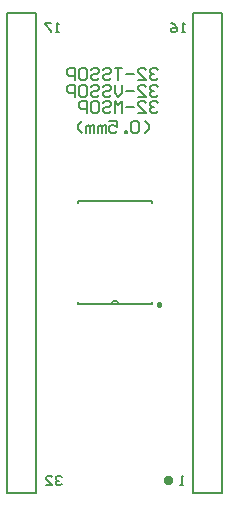
<source format=gbo>
G04*
G04 #@! TF.GenerationSoftware,Altium Limited,Altium Designer,24.9.1 (31)*
G04*
G04 Layer_Color=32896*
%FSLAX44Y44*%
%MOMM*%
G71*
G04*
G04 #@! TF.SameCoordinates,21AEE92C-E314-49C0-A966-B7B5AD7E222B*
G04*
G04*
G04 #@! TF.FilePolarity,Positive*
G04*
G01*
G75*
%ADD10C,0.1524*%
%ADD11C,0.2000*%
%ADD12C,0.1500*%
%ADD13C,0.3000*%
%ADD14C,0.5000*%
D10*
X1691508Y416113D02*
G03*
X1685412Y416113I-3048J0D01*
G01*
X1657472D02*
Y417891D01*
X1719448Y501587D02*
Y503365D01*
X1657472D02*
X1719448D01*
X1657472Y501587D02*
Y503365D01*
Y416113D02*
X1685412D01*
X1691508D01*
X1719448D01*
Y417891D01*
D11*
X1754125Y662940D02*
X1779015D01*
Y256540D02*
Y662940D01*
X1754125Y256540D02*
X1779015D01*
X1754125D02*
Y662940D01*
X1596645Y256540D02*
Y662940D01*
Y256540D02*
X1621535D01*
Y662940D01*
X1596645D02*
X1621535D01*
X1724660Y600151D02*
X1722994Y601817D01*
X1719662D01*
X1717995Y600151D01*
Y598484D01*
X1719662Y596818D01*
X1721328D01*
X1719662D01*
X1717995Y595152D01*
Y593486D01*
X1719662Y591820D01*
X1722994D01*
X1724660Y593486D01*
X1707999Y591820D02*
X1714663D01*
X1707999Y598484D01*
Y600151D01*
X1709665Y601817D01*
X1712997D01*
X1714663Y600151D01*
X1704666Y596818D02*
X1698002D01*
X1694670Y601817D02*
Y595152D01*
X1691337Y591820D01*
X1688005Y595152D01*
Y601817D01*
X1678008Y600151D02*
X1679675Y601817D01*
X1683007D01*
X1684673Y600151D01*
Y598484D01*
X1683007Y596818D01*
X1679675D01*
X1678008Y595152D01*
Y593486D01*
X1679675Y591820D01*
X1683007D01*
X1684673Y593486D01*
X1668012Y600151D02*
X1669678Y601817D01*
X1673010D01*
X1674676Y600151D01*
Y598484D01*
X1673010Y596818D01*
X1669678D01*
X1668012Y595152D01*
Y593486D01*
X1669678Y591820D01*
X1673010D01*
X1674676Y593486D01*
X1659681Y601817D02*
X1663013D01*
X1664679Y600151D01*
Y593486D01*
X1663013Y591820D01*
X1659681D01*
X1658015Y593486D01*
Y600151D01*
X1659681Y601817D01*
X1654682Y591820D02*
Y601817D01*
X1649684D01*
X1648018Y600151D01*
Y596818D01*
X1649684Y595152D01*
X1654682D01*
X1724660Y614121D02*
X1722994Y615787D01*
X1719662D01*
X1717995Y614121D01*
Y612454D01*
X1719662Y610788D01*
X1721328D01*
X1719662D01*
X1717995Y609122D01*
Y607456D01*
X1719662Y605790D01*
X1722994D01*
X1724660Y607456D01*
X1707999Y605790D02*
X1714663D01*
X1707999Y612454D01*
Y614121D01*
X1709665Y615787D01*
X1712997D01*
X1714663Y614121D01*
X1704666Y610788D02*
X1698002D01*
X1694670Y615787D02*
X1688005D01*
X1691337D01*
Y605790D01*
X1678008Y614121D02*
X1679675Y615787D01*
X1683007D01*
X1684673Y614121D01*
Y612454D01*
X1683007Y610788D01*
X1679675D01*
X1678008Y609122D01*
Y607456D01*
X1679675Y605790D01*
X1683007D01*
X1684673Y607456D01*
X1668012Y614121D02*
X1669678Y615787D01*
X1673010D01*
X1674676Y614121D01*
Y612454D01*
X1673010Y610788D01*
X1669678D01*
X1668012Y609122D01*
Y607456D01*
X1669678Y605790D01*
X1673010D01*
X1674676Y607456D01*
X1659681Y615787D02*
X1663013D01*
X1664679Y614121D01*
Y607456D01*
X1663013Y605790D01*
X1659681D01*
X1658015Y607456D01*
Y614121D01*
X1659681Y615787D01*
X1654682Y605790D02*
Y615787D01*
X1649684D01*
X1648018Y614121D01*
Y610788D01*
X1649684Y609122D01*
X1654682D01*
X1724660Y586181D02*
X1722994Y587847D01*
X1719662D01*
X1717995Y586181D01*
Y584515D01*
X1719662Y582848D01*
X1721328D01*
X1719662D01*
X1717995Y581182D01*
Y579516D01*
X1719662Y577850D01*
X1722994D01*
X1724660Y579516D01*
X1707999Y577850D02*
X1714663D01*
X1707999Y584515D01*
Y586181D01*
X1709665Y587847D01*
X1712997D01*
X1714663Y586181D01*
X1704666Y582848D02*
X1698002D01*
X1694670Y577850D02*
Y587847D01*
X1691337Y584515D01*
X1688005Y587847D01*
Y577850D01*
X1678008Y586181D02*
X1679675Y587847D01*
X1683007D01*
X1684673Y586181D01*
Y584515D01*
X1683007Y582848D01*
X1679675D01*
X1678008Y581182D01*
Y579516D01*
X1679675Y577850D01*
X1683007D01*
X1684673Y579516D01*
X1669678Y587847D02*
X1673010D01*
X1674676Y586181D01*
Y579516D01*
X1673010Y577850D01*
X1669678D01*
X1668012Y579516D01*
Y586181D01*
X1669678Y587847D01*
X1664679Y577850D02*
Y587847D01*
X1659681D01*
X1658015Y586181D01*
Y582848D01*
X1659681Y581182D01*
X1664679D01*
X1713708Y561340D02*
X1717040Y564672D01*
Y568004D01*
X1713708Y571337D01*
X1708709Y569671D02*
X1707043Y571337D01*
X1703711D01*
X1702045Y569671D01*
Y563006D01*
X1703711Y561340D01*
X1707043D01*
X1708709Y563006D01*
Y569671D01*
X1698713Y561340D02*
Y563006D01*
X1697046D01*
Y561340D01*
X1698713D01*
X1683717Y571337D02*
X1690382D01*
Y566338D01*
X1687050Y568004D01*
X1685383D01*
X1683717Y566338D01*
Y563006D01*
X1685383Y561340D01*
X1688716D01*
X1690382Y563006D01*
X1680385Y561340D02*
Y568004D01*
X1678719D01*
X1677053Y566338D01*
Y561340D01*
Y566338D01*
X1675387Y568004D01*
X1673721Y566338D01*
Y561340D01*
X1670388D02*
Y568004D01*
X1668722D01*
X1667056Y566338D01*
Y561340D01*
Y566338D01*
X1665390Y568004D01*
X1663724Y566338D01*
Y561340D01*
X1660392D02*
X1657059Y564672D01*
Y568004D01*
X1660392Y571337D01*
D12*
X1640840Y646430D02*
X1638174D01*
X1639507D01*
Y654427D01*
X1640840Y653094D01*
X1634176Y654427D02*
X1628844D01*
Y653094D01*
X1634176Y647763D01*
Y646430D01*
X1746250Y262890D02*
X1743584D01*
X1744917D01*
Y270887D01*
X1746250Y269555D01*
X1747520Y646430D02*
X1744854D01*
X1746187D01*
Y654427D01*
X1747520Y653094D01*
X1735524Y654427D02*
X1738190Y653094D01*
X1740856Y650429D01*
Y647763D01*
X1739523Y646430D01*
X1736857D01*
X1735524Y647763D01*
Y649096D01*
X1736857Y650429D01*
X1740856D01*
X1643380Y269555D02*
X1642047Y270887D01*
X1639381D01*
X1638048Y269555D01*
Y268222D01*
X1639381Y266889D01*
X1640714D01*
X1639381D01*
X1638048Y265556D01*
Y264223D01*
X1639381Y262890D01*
X1642047D01*
X1643380Y264223D01*
X1630051Y262890D02*
X1635383D01*
X1630051Y268222D01*
Y269555D01*
X1631384Y270887D01*
X1634050D01*
X1635383Y269555D01*
D13*
X1725248Y414741D02*
Y416074D01*
X1726581D01*
Y414741D01*
X1725248D01*
D14*
X1732280Y265430D02*
Y267929D01*
X1734779D01*
Y265430D01*
X1732280D01*
M02*

</source>
